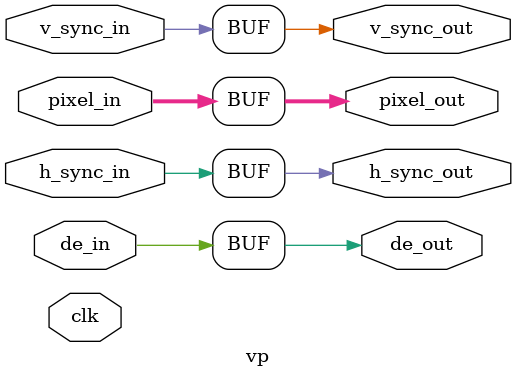
<source format=v>
`timescale 1ns / 1ps

module vp(
    input clk, 
    input de_in, 
    input h_sync_in, 
    input v_sync_in, 
    input [23:0] pixel_in,
    
    output de_out, 
    output h_sync_out, 
    output v_sync_out, 
    output [23:0] pixel_out
    );

    
//    Output assignments
    assign de_out = de_in;
    assign h_sync_out = h_sync_in;
    assign v_sync_out = v_sync_in;
    assign pixel_out = pixel_in;
endmodule

</source>
